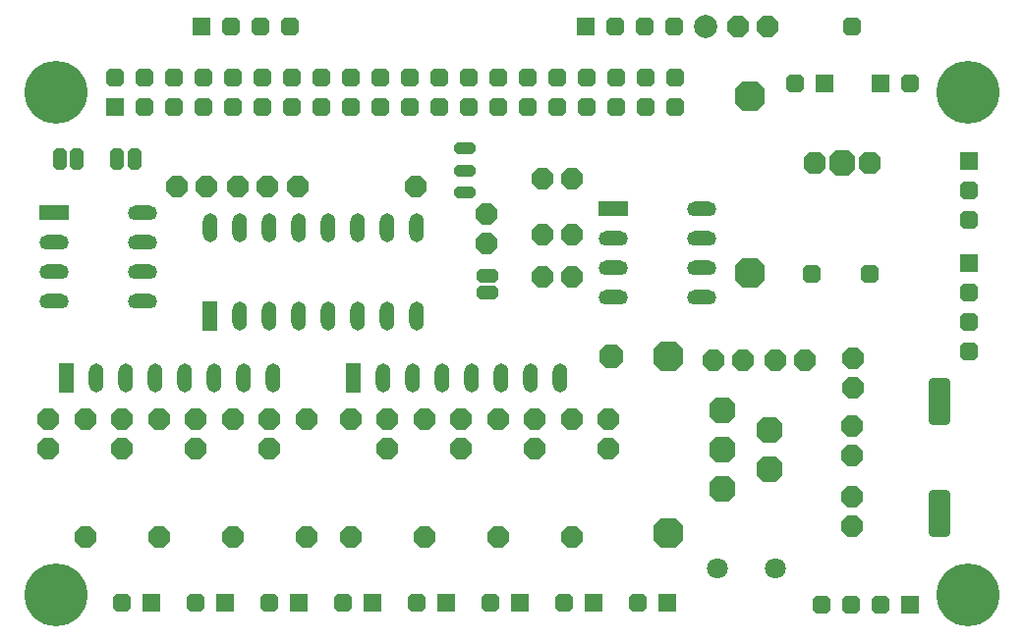
<source format=gts>
%FSLAX35Y35*%
%MOIN*%
%IN18=Loetstoppmaskeoben(X.GTS)*%
%ADD10C,0.00591*%
%ADD11C,0.00354*%
%ADD12C,0.00394*%
%ADD13C,0.00409*%
%ADD14C,0.00827*%
%ADD15C,0.01000*%
%ADD16C,0.01181*%
%ADD17C,0.01575*%
%ADD18C,0.01969*%
%ADD19C,0.03937*%
%ADD20C,0.05906*%
%ADD21C,0.07087*%
%ADD22C,0.07874*%
%ADD23C,0.21323*%
%AMR_24*21,1,0.01575,0.01575,0,0,0.000*%
%ADD24R_24*%
%AMR_25*21,1,0.01772,0.01772,0,0,0.000*%
%ADD25R_25*%
%AMR_26*21,1,0.02165,0.02165,0,0,0.000*%
%ADD26R_26*%
%AMR_27*21,1,0.02362,0.02362,0,0,0.000*%
%ADD27R_27*%
%AMR_28*21,1,0.02500,0.02500,0,0,0.000*%
%ADD28R_28*%
%AMR_29*21,1,0.03150,0.03150,0,0,0.000*%
%ADD29R_29*%
%AMR_30*21,1,0.03543,0.03543,0,0,0.000*%
%ADD30R_30*%
%AMR_31*21,1,0.03937,0.03937,0,0,0.000*%
%ADD31R_31*%
%AMR_32*21,1,0.05000,0.09843,0,0,0.000*%
%ADD32R_32*%
%AMR_33*21,1,0.05000,0.10000,0,0,270.000*%
%ADD33R_33*%
%AMR_34*21,1,0.05331,0.05331,0,0,0.000*%
%ADD34R_34*%
%AMR_35*21,1,0.06299,0.06299,0,0,0.000*%
%ADD35R_35*%
%AMR_36*21,1,0.06299,0.06299,0,0,180.000*%
%ADD36R_36*%
%AMR_37*21,1,0.06299,0.06299,0,0,270.000*%
%ADD37R_37*%
%AMR_38*21,1,0.19685,0.19685,0,0,0.000*%
%ADD38R_38*%
%AMOCT_39*4,1,8,0.021654,0.024606,0.010827,0.035433,-0.010827,0.035433,-0.021654,0.024606,-0.021654,-0.024606,-0.010827,-0.035433,0.010827,-0.035433,0.021654,-0.024606,0.021654,0.024606,270.000*%
%ADD39OCT_39*%
%AMOCT_40*4,1,8,0.023622,0.023622,0.011811,0.035433,-0.011811,0.035433,-0.023622,0.023622,-0.023622,-0.023622,-0.011811,-0.035433,0.011811,-0.035433,0.023622,-0.023622,0.023622,0.023622,0.000*%
%ADD40OCT_40*%
%AMOCT_41*4,1,8,0.023622,0.023622,0.011811,0.035433,-0.011811,0.035433,-0.023622,0.023622,-0.023622,-0.023622,-0.011811,-0.035433,0.011811,-0.035433,0.023622,-0.023622,0.023622,0.023622,180.000*%
%ADD41OCT_41*%
%AMOCT_42*4,1,8,0.023622,0.023622,0.011811,0.035433,-0.011811,0.035433,-0.023622,0.023622,-0.023622,-0.023622,-0.011811,-0.035433,0.011811,-0.035433,0.023622,-0.023622,0.023622,0.023622,270.000*%
%ADD42OCT_42*%
%AMOCT_43*4,1,8,0.031496,0.015748,0.015748,0.031496,-0.015748,0.031496,-0.031496,0.015748,-0.031496,-0.015748,-0.015748,-0.031496,0.015748,-0.031496,0.031496,-0.015748,0.031496,0.015748,0.000*%
%ADD43OCT_43*%
%AMOCT_44*4,1,8,0.031496,0.015748,0.015748,0.031496,-0.015748,0.031496,-0.031496,0.015748,-0.031496,-0.015748,-0.015748,-0.031496,0.015748,-0.031496,0.031496,-0.015748,0.031496,0.015748,180.000*%
%ADD44OCT_44*%
%AMOCT_45*4,1,8,0.031496,0.015748,0.015748,0.031496,-0.015748,0.031496,-0.031496,0.015748,-0.031496,-0.015748,-0.015748,-0.031496,0.015748,-0.031496,0.031496,-0.015748,0.031496,0.015748,270.000*%
%ADD45OCT_45*%
%AMOCT_46*4,1,8,0.035433,0.017717,0.017717,0.035433,-0.017717,0.035433,-0.035433,0.017717,-0.035433,-0.017717,-0.017717,-0.035433,0.017717,-0.035433,0.035433,-0.017717,0.035433,0.017717,0.000*%
%ADD46OCT_46*%
%AMOCT_47*4,1,8,0.035433,0.017717,0.017717,0.035433,-0.017717,0.035433,-0.035433,0.017717,-0.035433,-0.017717,-0.017717,-0.035433,0.017717,-0.035433,0.035433,-0.017717,0.035433,0.017717,90.000*%
%ADD47OCT_47*%
%AMOCT_48*4,1,8,0.035433,0.017717,0.017717,0.035433,-0.017717,0.035433,-0.035433,0.017717,-0.035433,-0.017717,-0.017717,-0.035433,0.017717,-0.035433,0.035433,-0.017717,0.035433,0.017717,180.000*%
%ADD48OCT_48*%
%AMOCT_49*4,1,8,0.035433,0.017717,0.017717,0.035433,-0.017717,0.035433,-0.035433,0.017717,-0.035433,-0.017717,-0.017717,-0.035433,0.017717,-0.035433,0.035433,-0.017717,0.035433,0.017717,270.000*%
%ADD49OCT_49*%
%AMOCT_50*4,1,8,0.037402,0.018701,0.018701,0.037402,-0.018701,0.037402,-0.037402,0.018701,-0.037402,-0.018701,-0.018701,-0.037402,0.018701,-0.037402,0.037402,-0.018701,0.037402,0.018701,180.000*%
%ADD50OCT_50*%
%AMOCT_51*4,1,8,0.039370,0.019685,0.019685,0.039370,-0.019685,0.039370,-0.039370,0.019685,-0.039370,-0.019685,-0.019685,-0.039370,0.019685,-0.039370,0.039370,-0.019685,0.039370,0.019685,0.000*%
%ADD51OCT_51*%
%AMOCT_52*4,1,8,0.043307,0.021654,0.021654,0.043307,-0.021654,0.043307,-0.043307,0.021654,-0.043307,-0.021654,-0.021654,-0.043307,0.021654,-0.043307,0.043307,-0.021654,0.043307,0.021654,180.000*%
%ADD52OCT_52*%
%AMOCT_53*4,1,8,0.043307,0.021654,0.021654,0.043307,-0.021654,0.043307,-0.043307,0.021654,-0.043307,-0.021654,-0.021654,-0.043307,0.021654,-0.043307,0.043307,-0.021654,0.043307,0.021654,270.000*%
%ADD53OCT_53*%
%AMOCT_54*4,1,8,0.049213,0.024606,0.024606,0.049213,-0.024606,0.049213,-0.049213,0.024606,-0.049213,-0.024606,-0.024606,-0.049213,0.024606,-0.049213,0.049213,-0.024606,0.049213,0.024606,90.000*%
%ADD54OCT_54*%
%AMO_55*20,1,0.05000,0.00000,-0.02421,0.00000,0.02421,0*1,1,0.05000,0.00000,-0.02421*1,1,0.05000,0.00000,0.02421*%
%ADD55O_55*%
%AMO_56*20,1,0.05000,-0.02500,0.00000,0.02500,0.00000,0*1,1,0.05000,-0.02500,0.00000*1,1,0.05000,0.02500,0.00000*%
%ADD56O_56*%
%AMRR_57*21,1,0.06299,0.05039,0,0,0.000*21,1,0.05039,0.06299,0,0,0.000*1,1,0.01260,0.02520,0.02520*1,1,0.01260,-0.02520,-0.02520*1,1,0.01260,0.02520,-0.02520*1,1,0.01260,-0.02520,0.02520*%
%ADD57RR_57*%
%AMRR_58*21,1,0.15748,0.05315,0,0,270.000*21,1,0.13976,0.07087,0,0,270.000*1,1,0.01772,0.02657,-0.06988*1,1,0.01772,-0.02657,0.06988*1,1,0.01772,-0.02657,-0.06988*1,1,0.01772,0.02657,0.06988*%
%ADD58RR_58*%
G54D21*
X237032Y25000D03*
X256717Y25000D03*
G54D22*
X233125Y208750D03*
G54D23*
X12598Y15723D03*
X12598Y186589D03*
X322047Y186589D03*
X322047Y15723D03*
G54D32*
X65000Y110625D03*
X16250Y89375D03*
X113750Y89375D03*
G54D33*
X201799Y146799D03*
X11875Y145625D03*
G54D35*
X273437Y189687D03*
X292187Y189687D03*
G54D36*
X45000Y13125D03*
X70000Y13125D03*
X95000Y13125D03*
X120000Y13125D03*
X145000Y13125D03*
X170000Y13125D03*
X195000Y13125D03*
X220000Y13125D03*
X302187Y12500D03*
G54D37*
X322187Y128437D03*
X322187Y163125D03*
G54D39*
X151250Y167500D03*
X151250Y160000D03*
X151250Y152500D03*
G54D40*
X13922Y163750D03*
X19827Y163750D03*
G54D41*
X39202Y163750D03*
X33297Y163750D03*
G54D42*
X158953Y124291D03*
X158953Y118386D03*
G54D43*
X263437Y189687D03*
X302187Y189687D03*
X71875Y208750D03*
X81875Y208750D03*
X91875Y208750D03*
X202187Y208750D03*
X212187Y208750D03*
X222187Y208750D03*
X32500Y191562D03*
X42500Y181562D03*
X42500Y191562D03*
X52500Y181562D03*
X52500Y191562D03*
X62500Y181562D03*
X62500Y191562D03*
X72500Y181562D03*
X72500Y191562D03*
X82500Y181562D03*
X82500Y191562D03*
X92500Y181562D03*
X92500Y191562D03*
X102500Y181562D03*
X102500Y191562D03*
X112500Y181562D03*
X112500Y191562D03*
X122500Y181562D03*
X122500Y191562D03*
X132500Y181562D03*
X132500Y191562D03*
X142500Y181562D03*
X142500Y191562D03*
X152500Y181562D03*
X152500Y191562D03*
X162500Y181562D03*
X162500Y191562D03*
X172500Y181562D03*
X172500Y191562D03*
X182500Y181562D03*
X182500Y191562D03*
X192500Y181562D03*
X192500Y191562D03*
X202500Y181562D03*
X202500Y191562D03*
X212500Y181562D03*
X212500Y191562D03*
X222500Y181562D03*
X222500Y191562D03*
X282500Y208750D03*
G54D44*
X35000Y13125D03*
X60000Y13125D03*
X85000Y13125D03*
X110000Y13125D03*
X135000Y13125D03*
X160000Y13125D03*
X185000Y13125D03*
X210000Y13125D03*
X288592Y125000D03*
X268907Y125000D03*
X292187Y12500D03*
X282187Y12500D03*
X272187Y12500D03*
G54D45*
X322187Y118437D03*
X322187Y108437D03*
X322187Y98437D03*
X322187Y153125D03*
X322187Y143125D03*
G54D46*
X94687Y154375D03*
X134687Y154375D03*
X74375Y154375D03*
X84375Y154375D03*
X235625Y95625D03*
X245625Y95625D03*
G54D47*
X158642Y135091D03*
X158642Y145091D03*
X187500Y35625D03*
X187500Y75625D03*
X162500Y35625D03*
X162500Y75625D03*
X137500Y35625D03*
X137500Y75625D03*
X112500Y35625D03*
X112500Y75625D03*
X97500Y35625D03*
X97500Y75625D03*
X72500Y35625D03*
X72500Y75625D03*
X47500Y35625D03*
X47500Y75625D03*
X22500Y35625D03*
X22500Y75625D03*
X282500Y39062D03*
X282500Y49062D03*
X283125Y86250D03*
X283125Y96250D03*
G54D48*
X187500Y138125D03*
X177500Y138125D03*
X187500Y157187D03*
X177500Y157187D03*
X187500Y123750D03*
X177500Y123750D03*
X266562Y95625D03*
X256562Y95625D03*
X63750Y154375D03*
X53750Y154375D03*
X254062Y208750D03*
X244062Y208750D03*
G54D49*
X200000Y75625D03*
X200000Y65625D03*
X175000Y75625D03*
X175000Y65625D03*
X150000Y75625D03*
X150000Y65625D03*
X125000Y75625D03*
X125000Y65625D03*
X85000Y75625D03*
X85000Y65625D03*
X60000Y75625D03*
X60000Y65625D03*
X35000Y75625D03*
X35000Y65625D03*
X10000Y75625D03*
X10000Y65625D03*
X282812Y73125D03*
X282812Y63125D03*
G54D50*
X288784Y162677D03*
X269965Y162677D03*
G54D51*
X200937Y96875D03*
G54D52*
X279375Y162677D03*
G54D53*
X238796Y78698D03*
X254544Y72005D03*
X238796Y65312D03*
X254544Y58619D03*
X238796Y51926D03*
G54D54*
X247941Y125129D03*
X247941Y185129D03*
X220258Y36821D03*
X220258Y96821D03*
G54D55*
X75000Y110625D03*
X85000Y110625D03*
X95000Y110625D03*
X105000Y110625D03*
X115000Y110625D03*
X125000Y110625D03*
X135000Y110625D03*
X135000Y140625D03*
X125000Y140625D03*
X115000Y140625D03*
X105000Y140625D03*
X95000Y140625D03*
X85000Y140625D03*
X75000Y140625D03*
X65000Y140625D03*
X36250Y89375D03*
X46250Y89375D03*
X56250Y89375D03*
X66250Y89375D03*
X76250Y89375D03*
X86250Y89375D03*
X26250Y89375D03*
X133750Y89375D03*
X143750Y89375D03*
X153750Y89375D03*
X163750Y89375D03*
X173750Y89375D03*
X183750Y89375D03*
X123750Y89375D03*
G54D56*
X201799Y136799D03*
X201799Y126799D03*
X201799Y116799D03*
X231799Y116799D03*
X231799Y126799D03*
X231799Y136799D03*
X231799Y146799D03*
X11875Y135625D03*
X11875Y125625D03*
X11875Y115625D03*
X41875Y115625D03*
X41875Y125625D03*
X41875Y135625D03*
X41875Y145625D03*
G54D57*
X61875Y208750D03*
X192187Y208750D03*
X32500Y181562D03*
G54D58*
X312187Y81390D03*
X312187Y43577D03*
M02*

</source>
